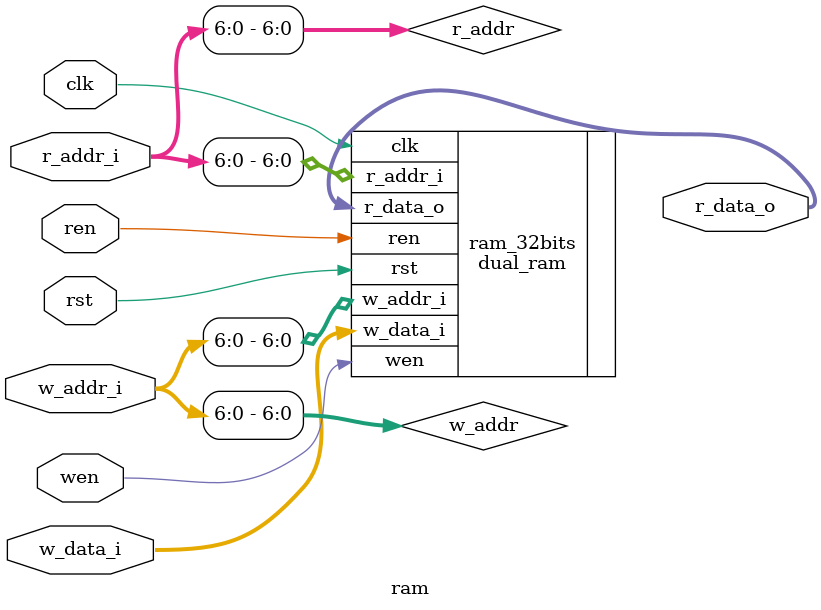
<source format=v>
module ram(
    input  wire clk,
	input  wire rst,
    input  wire wen,
	input  wire [31:0] w_addr_i,
	input  wire [31:0] w_data_i,
	input  wire ren,
	input  wire [31:0]r_addr_i,
    output wire [31:0]r_data_o	
);
	wire[6:0] w_addr = w_addr_i[6:0];
	wire[6:0] r_addr = r_addr_i[6:0];
	
	// 复用电路:可处理读写冲突的双端ram
	dual_ram #(
		 .DW(8),
		 .AW(7),
		 .MEM_NUM(128)
	)
	ram_32bits
	(
       .clk(clk),
	   .rst(rst),
       .wen(wen),
	   .w_addr_i(w_addr),
	   .w_data_i(w_data_i),
	   .ren(ren),
	   .r_addr_i(r_addr),
	   .r_data_o(r_data_o)
	);	
	
endmodule

</source>
